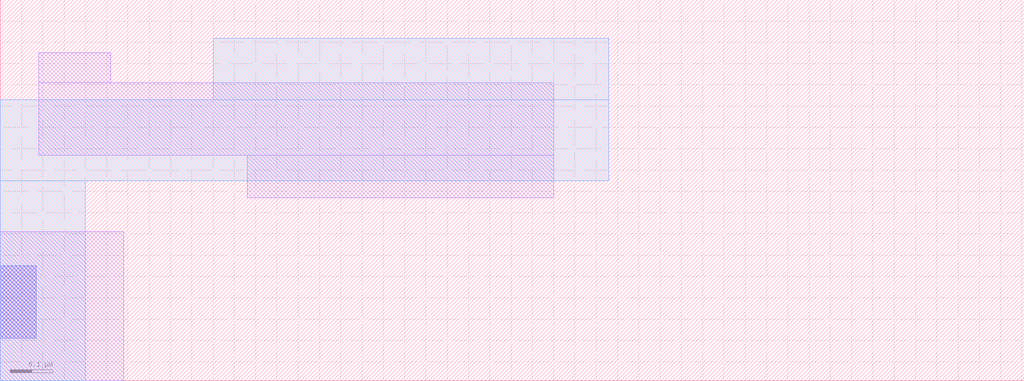
<source format=lef>
# Copyright 2020 The SkyWater PDK Authors
#
# Licensed under the Apache License, Version 2.0 (the "License");
# you may not use this file except in compliance with the License.
# You may obtain a copy of the License at
#
#     https://www.apache.org/licenses/LICENSE-2.0
#
# Unless required by applicable law or agreed to in writing, software
# distributed under the License is distributed on an "AS IS" BASIS,
# WITHOUT WARRANTIES OR CONDITIONS OF ANY KIND, either express or implied.
# See the License for the specific language governing permissions and
# limitations under the License.
#
# SPDX-License-Identifier: Apache-2.0

VERSION 5.7 ;
  NOWIREEXTENSIONATPIN ON ;
  DIVIDERCHAR "/" ;
  BUSBITCHARS "[]" ;
MACRO sky130_fd_bd_sram__sram_dp_swldrv_tap_b
  CLASS BLOCK ;
  FOREIGN sky130_fd_bd_sram__sram_dp_swldrv_tap_b ;
  ORIGIN  0.000000  0.895000 ;
  SIZE  2.405000 BY  0.895000 ;
  OBS
    LAYER li1 ;
      RECT 0.000000 -0.895000 0.290000 -0.545000 ;
      RECT 0.090000 -0.365000 1.300000 -0.195000 ;
      RECT 0.090000 -0.195000 0.260000 -0.125000 ;
      RECT 0.580000 -0.465000 1.300000 -0.365000 ;
    LAYER mcon ;
      RECT 0.000000 -0.795000 0.085000 -0.625000 ;
    LAYER met1 ;
      RECT 0.000000 -0.795000 0.085000 -0.625000 ;
    LAYER pwell ;
      RECT 0.000000 -0.895000 0.200000 -0.425000 ;
      RECT 0.000000 -0.425000 1.430000 -0.235000 ;
      RECT 0.500000 -0.235000 1.430000 -0.090000 ;
  END
END sky130_fd_bd_sram__sram_dp_swldrv_tap_b
END LIBRARY

</source>
